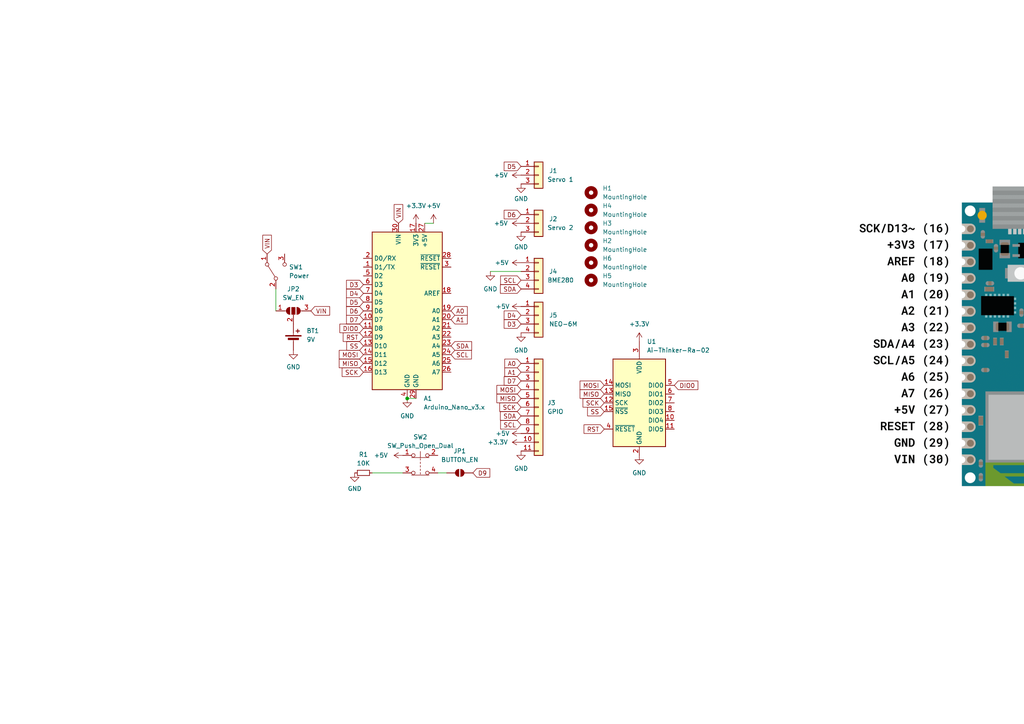
<source format=kicad_sch>
(kicad_sch (version 20231120) (generator "eeschema") (generator_version "8.0")
  (paper "A4")
  (lib_symbols
    (symbol "+5V_1" (power) (pin_numbers hide) (pin_names (offset 0) hide)
      (property "Value" "+5V" (at 0 3.556 0))
      (symbol "+5V_1_0_1"
        (polyline (pts (xy -0.762 1.27) (xy 0 2.54)))
        (polyline (pts (xy 0 0) (xy 0 2.54)))
        (polyline (pts (xy 0 2.54) (xy 0.762 1.27)))
      )
      (symbol "+5V_1_1_1"
        (pin power_in line (at 0 0 90) (length 0) (name "~") (number "1"))
      )
    )
    (symbol "Connector_Generic:Conn_01x03" (pin_names (offset 1.016) hide)
      (property "Reference" "J" (at 0 5.08 0))
      (property "Value" "Conn_01x03" (at 0 -5.08 0))
      (symbol "Conn_01x03_1_1"
        (rectangle (start -1.27 -2.413) (end 0 -2.667) (stroke (width 0.1524)))
        (rectangle (start -1.27 0.127) (end 0 -0.127) (stroke (width 0.1524)))
        (rectangle (start -1.27 2.667) (end 0 2.413) (stroke (width 0.1524)))
        (rectangle (start -1.27 3.81) (end 1.27 -3.81) (stroke (width 0.254)) (fill (type background)))
        (pin passive line (at -5.08 2.54 0) (length 3.81) (name "Pin_1") (number "1"))
        (pin passive line (at -5.08 0 0) (length 3.81) (name "Pin_2") (number "2"))
        (pin passive line (at -5.08 -2.54 0) (length 3.81) (name "Pin_3") (number "3"))
      )
    )
    (symbol "Connector_Generic:Conn_01x04" (pin_names (offset 1.016) hide)
      (property "Reference" "J" (at 0 5.08 0))
      (property "Value" "Conn_01x04" (at 0 -7.62 0))
      (symbol "Conn_01x04_1_1"
        (rectangle (start -1.27 -4.953) (end 0 -5.207) (stroke (width 0.1524)))
        (rectangle (start -1.27 -2.413) (end 0 -2.667) (stroke (width 0.1524)))
        (rectangle (start -1.27 0.127) (end 0 -0.127) (stroke (width 0.1524)))
        (rectangle (start -1.27 2.667) (end 0 2.413) (stroke (width 0.1524)))
        (rectangle (start -1.27 3.81) (end 1.27 -6.35) (stroke (width 0.254)) (fill (type background)))
        (pin passive line (at -5.08 2.54 0) (length 3.81) (name "Pin_1") (number "1"))
        (pin passive line (at -5.08 0 0) (length 3.81) (name "Pin_2") (number "2"))
        (pin passive line (at -5.08 -2.54 0) (length 3.81) (name "Pin_3") (number "3"))
        (pin passive line (at -5.08 -5.08 0) (length 3.81) (name "Pin_4") (number "4"))
      )
    )
    (symbol "Connector_Generic:Conn_01x11" (pin_names (offset 1.016) hide)
      (property "Reference" "J" (at 0 15.24 0))
      (property "Value" "Conn_01x11" (at 0 -15.24 0))
      (symbol "Conn_01x11_1_1"
        (rectangle (start -1.27 -12.573) (end 0 -12.827) (stroke (width 0.1524)))
        (rectangle (start -1.27 -10.033) (end 0 -10.287) (stroke (width 0.1524)))
        (rectangle (start -1.27 -7.493) (end 0 -7.747) (stroke (width 0.1524)))
        (rectangle (start -1.27 -4.953) (end 0 -5.207) (stroke (width 0.1524)))
        (rectangle (start -1.27 -2.413) (end 0 -2.667) (stroke (width 0.1524)))
        (rectangle (start -1.27 0.127) (end 0 -0.127) (stroke (width 0.1524)))
        (rectangle (start -1.27 2.667) (end 0 2.413) (stroke (width 0.1524)))
        (rectangle (start -1.27 5.207) (end 0 4.953) (stroke (width 0.1524)))
        (rectangle (start -1.27 7.747) (end 0 7.493) (stroke (width 0.1524)))
        (rectangle (start -1.27 10.287) (end 0 10.033) (stroke (width 0.1524)))
        (rectangle (start -1.27 12.827) (end 0 12.573) (stroke (width 0.1524)))
        (rectangle (start -1.27 13.97) (end 1.27 -13.97) (stroke (width 0.254)) (fill (type background)))
        (pin passive line (at -5.08 12.7 0) (length 3.81) (name "Pin_1") (number "1"))
        (pin passive line (at -5.08 -10.16 0) (length 3.81) (name "Pin_10") (number "10"))
        (pin passive line (at -5.08 -12.7 0) (length 3.81) (name "Pin_11") (number "11"))
        (pin passive line (at -5.08 10.16 0) (length 3.81) (name "Pin_2") (number "2"))
        (pin passive line (at -5.08 7.62 0) (length 3.81) (name "Pin_3") (number "3"))
        (pin passive line (at -5.08 5.08 0) (length 3.81) (name "Pin_4") (number "4"))
        (pin passive line (at -5.08 2.54 0) (length 3.81) (name "Pin_5") (number "5"))
        (pin passive line (at -5.08 0 0) (length 3.81) (name "Pin_6") (number "6"))
        (pin passive line (at -5.08 -2.54 0) (length 3.81) (name "Pin_7") (number "7"))
        (pin passive line (at -5.08 -5.08 0) (length 3.81) (name "Pin_8") (number "8"))
        (pin passive line (at -5.08 -7.62 0) (length 3.81) (name "Pin_9") (number "9"))
      )
    )
    (symbol "Device:Battery_Cell" (pin_numbers hide) (pin_names (offset 0) hide)
      (property "Reference" "BT" (at 2.54 2.54 0))
      (property "Value" "Battery_Cell" (at 2.54 0 0))
      (symbol "Battery_Cell_0_1"
        (rectangle (start -2.286 1.778) (end 2.286 1.524) (fill (type outline)))
        (rectangle (start -1.524 1.016) (end 1.524 0.508) (fill (type outline)))
        (polyline (pts (xy 0 0.762) (xy 0 0)))
        (polyline (pts (xy 0 1.778) (xy 0 2.54)))
        (polyline (pts (xy 0.762 3.048) (xy 1.778 3.048)) (stroke (width 0.254)))
        (polyline (pts (xy 1.27 3.556) (xy 1.27 2.54)) (stroke (width 0.254)))
      )
      (symbol "Battery_Cell_1_1"
        (pin passive line (at 0 5.08 270) (length 2.54) (name "+") (number "1"))
        (pin passive line (at 0 -2.54 90) (length 2.54) (name "-") (number "2"))
      )
    )
    (symbol "Device:R_Small" (pin_numbers hide) (pin_names (offset 0.254) hide)
      (property "Reference" "R" (at 0.762 0.508 0))
      (property "Value" "R_Small" (at 0.762 -1.016 0))
      (symbol "R_Small_0_1"
        (rectangle (start -0.762 1.778) (end 0.762 -1.778) (stroke (width 0.2032)))
      )
      (symbol "R_Small_1_1"
        (pin passive line (at 0 2.54 270) (length 0.762) (name "~") (number "1"))
        (pin passive line (at 0 -2.54 90) (length 0.762) (name "~") (number "2"))
      )
    )
    (symbol "GND_1" (power) (pin_numbers hide) (pin_names (offset 0) hide)
      (property "Value" "GND" (at 0 -3.81 0))
      (symbol "GND_1_0_1"
        (polyline (pts (xy 0 0) (xy 0 -1.27) (xy 1.27 -1.27) (xy 0 -2.54) (xy -1.27 -1.27) (xy 0 -1.27)))
      )
      (symbol "GND_1_1_1"
        (pin power_in line (at 0 0 270) (length 0) (name "~") (number "1"))
      )
    )
    (symbol "Jumper:SolderJumper_2_Open" (pin_numbers hide) (pin_names (offset 0) hide) (exclude_from_sim yes) (in_bom no)
      (property "Reference" "JP" (at 0 2.032 0))
      (property "Value" "SolderJumper_2_Open" (at 0 -2.54 0))
      (symbol "SolderJumper_2_Open_0_1"
        (arc (start -0.254 1.016) (mid -1.2656 0) (end -0.254 -1.016))
        (arc (start -0.254 1.016) (mid -1.2656 0) (end -0.254 -1.016) (fill (type outline)))
        (polyline (pts (xy -0.254 1.016) (xy -0.254 -1.016)))
        (polyline (pts (xy 0.254 1.016) (xy 0.254 -1.016)))
        (arc (start 0.254 -1.016) (mid 1.2656 0) (end 0.254 1.016))
        (arc (start 0.254 -1.016) (mid 1.2656 0) (end 0.254 1.016) (fill (type outline)))
      )
      (symbol "SolderJumper_2_Open_1_1"
        (pin passive line (at -3.81 0 0) (length 2.54) (name "A") (number "1"))
        (pin passive line (at 3.81 0 180) (length 2.54) (name "B") (number "2"))
      )
    )
    (symbol "Jumper:SolderJumper_3_Open" (pin_names (offset 0) hide) (exclude_from_sim yes) (in_bom no)
      (property "Reference" "JP" (at -2.54 -2.54 0))
      (property "Value" "SolderJumper_3_Open" (at 0 2.794 0))
      (symbol "SolderJumper_3_Open_0_1"
        (arc (start -1.016 1.016) (mid -2.0276 0) (end -1.016 -1.016))
        (arc (start -1.016 1.016) (mid -2.0276 0) (end -1.016 -1.016) (fill (type outline)))
        (rectangle (start -0.508 1.016) (end 0.508 -1.016) (fill (type outline)))
        (polyline (pts (xy -2.54 0) (xy -2.032 0)))
        (polyline (pts (xy -1.016 1.016) (xy -1.016 -1.016)))
        (polyline (pts (xy 0 -1.27) (xy 0 -1.016)))
        (polyline (pts (xy 1.016 1.016) (xy 1.016 -1.016)))
        (polyline (pts (xy 2.54 0) (xy 2.032 0)))
        (arc (start 1.016 -1.016) (mid 2.0276 0) (end 1.016 1.016))
        (arc (start 1.016 -1.016) (mid 2.0276 0) (end 1.016 1.016) (fill (type outline)))
      )
      (symbol "SolderJumper_3_Open_1_1"
        (pin passive line (at -5.08 0 0) (length 2.54) (name "A") (number "1"))
        (pin passive line (at 0 -3.81 90) (length 2.54) (name "C") (number "2"))
        (pin passive line (at 5.08 0 180) (length 2.54) (name "B") (number "3"))
      )
    )
    (symbol "MCU_Module:Arduino_Nano_v3.x"
      (property "Reference" "A" (at -10.16 23.495 0))
      (property "Value" "Arduino_Nano_v3.x" (at 5.08 -24.13 0))
      (symbol "Arduino_Nano_v3.x_0_1"
        (rectangle (start -10.16 22.86) (end 10.16 -22.86) (stroke (width 0.254)) (fill (type background)))
      )
      (symbol "Arduino_Nano_v3.x_1_1"
        (pin bidirectional line (at -12.7 12.7 0) (length 2.54) (name "D1/TX") (number "1"))
        (pin bidirectional line (at -12.7 -2.54 0) (length 2.54) (name "D7") (number "10"))
        (pin bidirectional line (at -12.7 -5.08 0) (length 2.54) (name "D8") (number "11"))
        (pin bidirectional line (at -12.7 -7.62 0) (length 2.54) (name "D9") (number "12"))
        (pin bidirectional line (at -12.7 -10.16 0) (length 2.54) (name "D10") (number "13"))
        (pin bidirectional line (at -12.7 -12.7 0) (length 2.54) (name "D11") (number "14"))
        (pin bidirectional line (at -12.7 -15.24 0) (length 2.54) (name "D12") (number "15"))
        (pin bidirectional line (at -12.7 -17.78 0) (length 2.54) (name "D13") (number "16"))
        (pin power_out line (at 2.54 25.4 270) (length 2.54) (name "3V3") (number "17"))
        (pin input line (at 12.7 5.08 180) (length 2.54) (name "AREF") (number "18"))
        (pin bidirectional line (at 12.7 0 180) (length 2.54) (name "A0") (number "19"))
        (pin bidirectional line (at -12.7 15.24 0) (length 2.54) (name "D0/RX") (number "2"))
        (pin bidirectional line (at 12.7 -2.54 180) (length 2.54) (name "A1") (number "20"))
        (pin bidirectional line (at 12.7 -5.08 180) (length 2.54) (name "A2") (number "21"))
        (pin bidirectional line (at 12.7 -7.62 180) (length 2.54) (name "A3") (number "22"))
        (pin bidirectional line (at 12.7 -10.16 180) (length 2.54) (name "A4") (number "23"))
        (pin bidirectional line (at 12.7 -12.7 180) (length 2.54) (name "A5") (number "24"))
        (pin bidirectional line (at 12.7 -15.24 180) (length 2.54) (name "A6") (number "25"))
        (pin bidirectional line (at 12.7 -17.78 180) (length 2.54) (name "A7") (number "26"))
        (pin power_out line (at 5.08 25.4 270) (length 2.54) (name "+5V") (number "27"))
        (pin input line (at 12.7 15.24 180) (length 2.54) (name "~{RESET}") (number "28"))
        (pin power_in line (at 2.54 -25.4 90) (length 2.54) (name "GND") (number "29"))
        (pin input line (at 12.7 12.7 180) (length 2.54) (name "~{RESET}") (number "3"))
        (pin power_in line (at -2.54 25.4 270) (length 2.54) (name "VIN") (number "30"))
        (pin power_in line (at 0 -25.4 90) (length 2.54) (name "GND") (number "4"))
        (pin bidirectional line (at -12.7 10.16 0) (length 2.54) (name "D2") (number "5"))
        (pin bidirectional line (at -12.7 7.62 0) (length 2.54) (name "D3") (number "6"))
        (pin bidirectional line (at -12.7 5.08 0) (length 2.54) (name "D4") (number "7"))
        (pin bidirectional line (at -12.7 2.54 0) (length 2.54) (name "D5") (number "8"))
        (pin bidirectional line (at -12.7 0 0) (length 2.54) (name "D6") (number "9"))
      )
    )
    (symbol "Mechanical:MountingHole" (pin_names (offset 1.016))
      (property "Reference" "H" (at 0 5.08 0))
      (property "Value" "MountingHole" (at 0 3.175 0))
      (symbol "MountingHole_0_1"
        (circle (center 0 0) (radius 1.27) (stroke (width 1.27)))
      )
    )
    (symbol "RF_Module:Ai-Thinker-Ra-02"
      (property "Reference" "U" (at 2.54 19.05 0))
      (property "Value" "Ai-Thinker-Ra-02" (at 13.97 -15.24 0))
      (symbol "Ai-Thinker-Ra-02_0_1"
        (rectangle (start -7.62 12.7) (end 7.62 -12.7) (stroke (width 0.254)) (fill (type background)))
      )
      (symbol "Ai-Thinker-Ra-02_1_1"
        (pin passive line (at 0 -15.24 90) (length 2.54) hide (name "GND") (number "1"))
        (pin bidirectional line (at 10.16 -5.08 180) (length 2.54) (name "DIO4") (number "10"))
        (pin bidirectional line (at 10.16 -7.62 180) (length 2.54) (name "DIO5") (number "11"))
        (pin input line (at -10.16 0 0) (length 2.54) (name "SCK") (number "12"))
        (pin output line (at -10.16 2.54 0) (length 2.54) (name "MISO") (number "13"))
        (pin input line (at -10.16 5.08 0) (length 2.54) (name "MOSI") (number "14"))
        (pin input line (at -10.16 -2.54 0) (length 2.54) (name "~{NSS}") (number "15"))
        (pin passive line (at 0 -15.24 90) (length 2.54) hide (name "GND") (number "16"))
        (pin power_in line (at 0 -15.24 90) (length 2.54) (name "GND") (number "2"))
        (pin power_in line (at 0 17.78 270) (length 5.08) (name "VDD") (number "3"))
        (pin input line (at -10.16 -7.62 0) (length 2.54) (name "~{RESET}") (number "4"))
        (pin bidirectional line (at 10.16 5.08 180) (length 2.54) (name "DIO0") (number "5"))
        (pin bidirectional line (at 10.16 2.54 180) (length 2.54) (name "DIO1") (number "6"))
        (pin bidirectional line (at 10.16 0 180) (length 2.54) (name "DIO2") (number "7"))
        (pin bidirectional line (at 10.16 -2.54 180) (length 2.54) (name "DIO3") (number "8"))
        (pin passive line (at 0 -15.24 90) (length 2.54) hide (name "GND") (number "9"))
      )
    )
    (symbol "Switch:SW_Push_Open_Dual" (pin_names (offset 1.016) hide)
      (property "Reference" "SW" (at 1.27 2.54 0))
      (property "Value" "SW_Push_Open_Dual" (at 0 -6.985 0))
      (symbol "SW_Push_Open_Dual_0_1"
        (circle (center -2.032 -5.08) (radius 0.508))
        (circle (center -2.032 0) (radius 0.508))
        (polyline (pts (xy 0 -4.953) (xy 0 -5.461)))
        (polyline (pts (xy 0 -3.937) (xy 0 -4.445)))
        (polyline (pts (xy 0 -3.429) (xy 0 -2.921)))
        (polyline (pts (xy 0 -2.413) (xy 0 -1.905)))
        (polyline (pts (xy 0 -1.397) (xy 0 -0.889)))
        (polyline (pts (xy 0 -0.635) (xy 0 1.143)))
        (polyline (pts (xy 2.54 -5.715) (xy -2.54 -5.715)))
        (polyline (pts (xy 2.54 -0.635) (xy -2.54 -0.635)))
        (circle (center 2.032 -5.08) (radius 0.508))
        (circle (center 2.032 0) (radius 0.508))
        (pin passive line (at -5.08 0 0) (length 2.54) (name "1") (number "1"))
        (pin passive line (at 5.08 0 180) (length 2.54) (name "2") (number "2"))
        (pin passive line (at -5.08 -5.08 0) (length 2.54) (name "3") (number "3"))
        (pin passive line (at 5.08 -5.08 180) (length 2.54) (name "4") (number "4"))
      )
    )
    (symbol "Switch:SW_SPDT" (pin_names (offset 0) hide)
      (property "Reference" "SW" (at 0 4.318 0))
      (property "Value" "SW_SPDT" (at 0 -5.08 0))
      (symbol "SW_SPDT_0_0"
        (circle (center -2.032 0) (radius 0.508))
        (circle (center 2.032 -2.54) (radius 0.508))
      )
      (symbol "SW_SPDT_0_1"
        (polyline (pts (xy -1.524 0.254) (xy 1.651 2.286)))
        (circle (center 2.032 2.54) (radius 0.508))
      )
      (symbol "SW_SPDT_1_1"
        (pin passive line (at 5.08 2.54 180) (length 2.54) (name "A") (number "1"))
        (pin passive line (at -5.08 0 0) (length 2.54) (name "B") (number "2"))
        (pin passive line (at 5.08 -2.54 180) (length 2.54) (name "C") (number "3"))
      )
    )
    (symbol "power:+3.3V" (power) (pin_numbers hide) (pin_names (offset 0) hide)
      (property "Value" "+3.3V" (at 0 3.556 0))
      (symbol "+3.3V_0_1"
        (polyline (pts (xy -0.762 1.27) (xy 0 2.54)))
        (polyline (pts (xy 0 0) (xy 0 2.54)))
        (polyline (pts (xy 0 2.54) (xy 0.762 1.27)))
      )
      (symbol "+3.3V_1_1"
        (pin power_in line (at 0 0 90) (length 0) (name "~") (number "1"))
      )
    )
    (symbol "power:+5V" (power) (pin_names (offset 0))
      (property "Value" "+5V" (at 0 3.556 0))
      (symbol "+5V_0_1"
        (polyline (pts (xy -0.762 1.27) (xy 0 2.54)))
        (polyline (pts (xy 0 0) (xy 0 2.54)))
        (polyline (pts (xy 0 2.54) (xy 0.762 1.27)))
      )
      (symbol "+5V_1_1"
        (pin power_in line (at 0 0 90) (length 0) hide (name "+5V") (number "1"))
      )
    )
    (symbol "power:GND" (power) (pin_names (offset 0))
      (property "Value" "GND" (at 0 -3.81 0))
      (symbol "GND_0_1"
        (polyline (pts (xy 0 0) (xy 0 -1.27) (xy 1.27 -1.27) (xy 0 -2.54) (xy -1.27 -1.27) (xy 0 -1.27)))
      )
      (symbol "GND_1_1"
        (pin power_in line (at 0 0 270) (length 0) hide (name "GND") (number "1"))
      )
    )
  )
  (junction (at 118.11 115.57))
  (wire (pts (xy 125.73 64.77) (xy 123.19 64.77)))
  (wire (pts (xy 142.24 78.74) (xy 151.13 78.74)))
  (wire (pts (xy 118.11 115.57) (xy 120.65 115.57)))
  (wire (pts (xy 107.95 137.16) (xy 116.84 137.16)))
  (wire (pts (xy 129.54 137.16) (xy 127 137.16)))
  (wire (pts (xy 80.01 83.82) (xy 80.01 90.17)))
  (image (at 295.91 97.536))
  (global_label "SCK" (shape input) (at 151.13 118.11 180) (property "Intersheetrefs" "${INTERSHEET_REFS}" (effects (hide yes))))
  (global_label "D7" (shape input) (at 151.13 110.49 180) (property "Intersheetrefs" "${INTERSHEET_REFS}" (effects (hide yes))))
  (global_label "A1" (shape input) (at 151.13 107.95 180) (property "Intersheetrefs" "${INTERSHEET_REFS}" (effects (hide yes))))
  (global_label "MISO" (shape input) (at 175.26 114.3 180) (property "Intersheetrefs" "${INTERSHEET_REFS}" (effects (hide yes))))
  (global_label "RST" (shape input) (at 175.26 124.46 180) (property "Intersheetrefs" "${INTERSHEET_REFS}" (effects (hide yes))))
  (global_label "RST" (shape input) (at 105.41 97.79 180) (property "Intersheetrefs" "${INTERSHEET_REFS}" (effects (hide yes))))
  (global_label "VIN" (shape input) (at 90.17 90.17 0) (property "Intersheetrefs" "${INTERSHEET_REFS}" (effects (hide yes))))
  (global_label "MISO" (shape input) (at 151.13 115.57 180) (property "Intersheetrefs" "${INTERSHEET_REFS}" (effects (hide yes))))
  (global_label "A0" (shape input) (at 130.81 90.17 0) (property "Intersheetrefs" "${INTERSHEET_REFS}" (effects (hide yes))))
  (global_label "MOSI" (shape input) (at 105.41 102.87 180) (property "Intersheetrefs" "${INTERSHEET_REFS}" (effects (hide yes))))
  (global_label "SDA" (shape input) (at 151.13 83.82 180) (property "Intersheetrefs" "${INTERSHEET_REFS}" (effects (hide yes))))
  (global_label "VIN" (shape input) (at 77.47 73.66 90) (property "Intersheetrefs" "${INTERSHEET_REFS}" (effects (hide yes))))
  (global_label "MOSI" (shape input) (at 175.26 111.76 180) (property "Intersheetrefs" "${INTERSHEET_REFS}" (effects (hide yes))))
  (global_label "A0" (shape input) (at 151.13 105.41 180) (property "Intersheetrefs" "${INTERSHEET_REFS}" (effects (hide yes))))
  (global_label "D6" (shape input) (at 105.41 90.17 180) (property "Intersheetrefs" "${INTERSHEET_REFS}" (effects (hide yes))))
  (global_label "D6" (shape input) (at 151.13 62.23 180) (property "Intersheetrefs" "${INTERSHEET_REFS}" (effects (hide yes))))
  (global_label "A1" (shape input) (at 130.81 92.71 0) (property "Intersheetrefs" "${INTERSHEET_REFS}" (effects (hide yes))))
  (global_label "MISO" (shape input) (at 105.41 105.41 180) (property "Intersheetrefs" "${INTERSHEET_REFS}" (effects (hide yes))))
  (global_label "SS" (shape input) (at 105.41 100.33 180) (property "Intersheetrefs" "${INTERSHEET_REFS}" (effects (hide yes))))
  (global_label "D3" (shape input) (at 105.41 82.55 180) (property "Intersheetrefs" "${INTERSHEET_REFS}" (effects (hide yes))))
  (global_label "SCL" (shape input) (at 130.81 102.87 0) (property "Intersheetrefs" "${INTERSHEET_REFS}" (effects (hide yes))))
  (global_label "MOSI" (shape input) (at 151.13 113.03 180) (property "Intersheetrefs" "${INTERSHEET_REFS}" (effects (hide yes))))
  (global_label "SDA" (shape input) (at 151.13 120.65 180) (property "Intersheetrefs" "${INTERSHEET_REFS}" (effects (hide yes))))
  (global_label "SCL" (shape input) (at 151.13 81.28 180) (property "Intersheetrefs" "${INTERSHEET_REFS}" (effects (hide yes))))
  (global_label "D5" (shape input) (at 151.13 48.26 180) (property "Intersheetrefs" "${INTERSHEET_REFS}" (effects (hide yes))))
  (global_label "D3" (shape input) (at 151.13 93.98 180) (property "Intersheetrefs" "${INTERSHEET_REFS}" (effects (hide yes))))
  (global_label "D4" (shape input) (at 105.41 85.09 180) (property "Intersheetrefs" "${INTERSHEET_REFS}" (effects (hide yes))))
  (global_label "D9" (shape input) (at 137.16 137.16 0) (property "Intersheetrefs" "${INTERSHEET_REFS}" (effects (hide yes))))
  (global_label "SCK" (shape input) (at 175.26 116.84 180) (property "Intersheetrefs" "${INTERSHEET_REFS}" (effects (hide yes))))
  (global_label "DIO0" (shape input) (at 105.41 95.25 180) (property "Intersheetrefs" "${INTERSHEET_REFS}" (effects (hide yes))))
  (global_label "DIO0" (shape input) (at 195.58 111.76 0) (property "Intersheetrefs" "${INTERSHEET_REFS}" (effects (hide yes))))
  (global_label "SCL" (shape input) (at 151.13 123.19 180) (property "Intersheetrefs" "${INTERSHEET_REFS}" (effects (hide yes))))
  (global_label "SS" (shape input) (at 175.26 119.38 180) (property "Intersheetrefs" "${INTERSHEET_REFS}" (effects (hide yes))))
  (global_label "D7" (shape input) (at 105.41 92.71 180) (property "Intersheetrefs" "${INTERSHEET_REFS}" (effects (hide yes))))
  (global_label "SDA" (shape input) (at 130.81 100.33 0) (property "Intersheetrefs" "${INTERSHEET_REFS}" (effects (hide yes))))
  (global_label "VIN" (shape input) (at 115.57 64.77 90) (property "Intersheetrefs" "${INTERSHEET_REFS}" (effects (hide yes))))
  (global_label "SCK" (shape input) (at 105.41 107.95 180) (property "Intersheetrefs" "${INTERSHEET_REFS}" (effects (hide yes))))
  (global_label "D5" (shape input) (at 105.41 87.63 180) (property "Intersheetrefs" "${INTERSHEET_REFS}" (effects (hide yes))))
  (global_label "D4" (shape input) (at 151.13 91.44 180) (property "Intersheetrefs" "${INTERSHEET_REFS}" (effects (hide yes))))
  (symbol (lib_name "+5V_1") (lib_id "power:+5V") (at 151.13 64.77 90) (unit 1)
    (property "Reference" "#PWR017" (effects (hide yes)))
    (property "Value" "+5V" (at 147.32 64.7699 90) (effects (justify left)))
    (property "Description" "Power symbol creates a global label with name \"+5V\"" (effects (hide yes)))
  )
  (symbol (lib_id "power:GND") (at 151.13 96.52 0) (unit 1)
    (property "Reference" "#PWR06" (effects (hide yes)))
    (property "Value" "GND" (at 151.13 101.6 0))
  )
  (symbol (lib_id "RF_Module:Ai-Thinker-Ra-02") (at 185.42 116.84 0) (unit 1)
    (property "Reference" "U1" (at 187.6141 99.06 0) (effects (justify left)))
    (property "Value" "Ai-Thinker-Ra-02" (at 187.6141 101.6 0) (effects (justify left)))
    (property "Footprint" "RF_Module:LoRa module" (effects (hide yes)))
    (property "Datasheet" "http://wiki.ai-thinker.com/_media/lora/docs/c048ps01a1_ra-02_product_specification_v1.1.pdf" (effects (hide yes)))
    (property "Description" "Ai-Thinker Ra-02 410-525 MHz LoRa Module, SPI interface, U.FL antenna connector" (effects (hide yes)))
  )
  (symbol (lib_name "GND_1") (lib_id "power:GND") (at 185.42 132.08 0) (unit 1)
    (property "Reference" "#PWR012" (effects (hide yes)))
    (property "Value" "GND" (at 185.42 137.16 0))
    (property "Description" "Power symbol creates a global label with name \"GND\" , ground" (effects (hide yes)))
  )
  (symbol (lib_id "Connector_Generic:Conn_01x03") (at 156.21 50.8 0) (unit 1)
    (property "Reference" "J1" (at 159.258 49.53 0) (effects (justify left)))
    (property "Value" "Servo 1" (at 158.75 52.07 0) (effects (justify left)))
    (property "Footprint" "Connector_PinHeader_2.54mm:PinHeader_1x03_P2.54mm_Vertical" (effects (hide yes)))
  )
  (symbol (lib_id "Mechanical:MountingHole") (at 171.45 71.12 0) (unit 1)
    (property "Reference" "H2" (at 174.752 69.85 0) (effects (justify left)))
    (property "Value" "MountingHole" (at 174.752 72.39 0) (effects (justify left)))
    (property "Footprint" "MountingHole:MountingHole_2.2mm_M2" (effects (hide yes)))
  )
  (symbol (lib_id "power:GND") (at 102.87 137.16 0) (unit 1)
    (property "Reference" "#PWR09" (effects (hide yes)))
    (property "Value" "GND" (at 102.87 141.732 0))
  )
  (symbol (lib_id "Device:Battery_Cell") (at 85.09 99.06 0) (unit 1)
    (property "Reference" "BT1" (at 88.9 95.9485 0) (effects (justify left)))
    (property "Value" "9V" (at 88.9 98.4885 0) (effects (justify left)))
    (property "Footprint" "Connector_PinHeader_2.54mm:PinHeader_1x02_P2.54mm_Vertical" (effects (hide yes)))
  )
  (symbol (lib_id "Connector_Generic:Conn_01x11") (at 156.21 118.11 0) (unit 1)
    (property "Reference" "J3" (at 158.75 116.8399 0) (effects (justify left)))
    (property "Value" "GPIO" (at 158.75 119.3799 0) (effects (justify left)))
    (property "Footprint" "Connector_PinHeader_2.54mm:PinHeader_1x11_P2.54mm_Vertical" (effects (hide yes)))
    (property "Description" "Generic connector, single row, 01x11, script generated (kicad-library-utils/schlib/autogen/connector/)" (effects (hide yes)))
  )
  (symbol (lib_id "Mechanical:MountingHole") (at 171.45 76.2 0) (unit 1)
    (property "Reference" "H6" (at 174.752 74.93 0) (effects (justify left)))
    (property "Value" "MountingHole" (at 174.752 77.47 0) (effects (justify left)))
    (property "Footprint" "MountingHole:MountingHole_2.2mm_M2" (effects (hide yes)))
  )
  (symbol (lib_id "power:+3.3V") (at 120.65 64.77 0) (unit 1)
    (property "Reference" "#PWR018" (effects (hide yes)))
    (property "Value" "+3.3V" (at 120.65 59.69 0))
    (property "Description" "Power symbol creates a global label with name \"+3.3V\"" (effects (hide yes)))
  )
  (symbol (lib_id "power:GND") (at 118.11 115.57 0) (unit 1)
    (property "Reference" "#PWR08" (effects (hide yes)))
    (property "Value" "GND" (at 118.11 120.65 0))
  )
  (symbol (lib_id "Switch:SW_Push_Open_Dual") (at 121.92 132.08 0) (unit 1)
    (property "Reference" "SW2" (at 121.92 126.746 0))
    (property "Value" "SW_Push_Open_Dual" (at 121.92 129.286 0))
    (property "Footprint" "Button_Switch_THT:SW_PUSH_6mm" (effects (hide yes)))
  )
  (symbol (lib_id "power:GND") (at 142.24 78.74 0) (unit 1)
    (property "Reference" "#PWR05" (effects (hide yes)))
    (property "Value" "GND" (at 142.24 83.82 0))
  )
  (symbol (lib_id "power:+3.3V") (at 185.42 99.06 0) (unit 1)
    (property "Reference" "#PWR01" (effects (hide yes)))
    (property "Value" "+3.3V" (at 185.42 93.98 0))
    (property "Description" "Power symbol creates a global label with name \"+3.3V\"" (effects (hide yes)))
  )
  (symbol (lib_id "power:+5V") (at 151.13 125.73 90) (unit 1)
    (property "Reference" "#PWR015" (effects (hide yes)))
    (property "Value" "+5V" (at 147.828 125.73 90) (effects (justify left)))
  )
  (symbol (lib_id "power:+5V") (at 116.84 132.08 90) (unit 1)
    (property "Reference" "#PWR010" (effects (hide yes)))
    (property "Value" "+5V" (at 112.522 132.08 90) (effects (justify left)))
  )
  (symbol (lib_id "Mechanical:MountingHole") (at 171.45 81.28 0) (unit 1)
    (property "Reference" "H5" (at 174.752 80.01 0) (effects (justify left)))
    (property "Value" "MountingHole" (at 174.752 82.55 0) (effects (justify left)))
    (property "Footprint" "MountingHole:MountingHole_2.2mm_M2" (effects (hide yes)))
  )
  (symbol (lib_id "power:GND") (at 151.13 130.81 0) (unit 1)
    (property "Reference" "#PWR014" (effects (hide yes)))
    (property "Value" "GND" (at 151.13 135.89 0))
  )
  (symbol (lib_id "power:GND") (at 85.09 101.6 0) (unit 1)
    (property "Reference" "#PWR07" (effects (hide yes)))
    (property "Value" "GND" (at 85.09 106.426 0))
  )
  (symbol (lib_id "Connector_Generic:Conn_01x03") (at 156.21 64.77 0) (unit 1)
    (property "Reference" "J2" (at 159.258 63.5 0) (effects (justify left)))
    (property "Value" "Servo 2" (at 158.75 66.04 0) (effects (justify left)))
    (property "Footprint" "Connector_PinHeader_2.54mm:PinHeader_1x03_P2.54mm_Vertical" (effects (hide yes)))
  )
  (symbol (lib_id "power:+5V") (at 151.13 88.9 90) (unit 1)
    (property "Reference" "#PWR011" (effects (hide yes)))
    (property "Value" "+5V" (at 147.828 88.9 90) (effects (justify left)))
  )
  (symbol (lib_id "Jumper:SolderJumper_2_Open") (at 133.35 137.16 0) (unit 1) (exclude_from_sim yes) (in_bom no)
    (property "Reference" "JP1" (at 133.35 130.81 0))
    (property "Value" "BUTTON_EN" (at 133.35 133.35 0))
    (property "Footprint" "Jumper:SolderJumper-2_P1.3mm_Open_RoundedPad1.0x1.5mm" (effects (hide yes)))
    (property "Description" "Solder Jumper, 2-pole, open" (effects (hide yes)))
  )
  (symbol (lib_id "Connector_Generic:Conn_01x04") (at 156.21 91.44 0) (unit 1)
    (property "Reference" "J5" (at 159.258 91.44 0) (effects (justify left)))
    (property "Value" "NEO-6M" (at 159.258 93.98 0) (effects (justify left)))
    (property "Footprint" "Connector_PinHeader_2.54mm:PinHeader_1x04_P2.54mm_Vertical" (effects (hide yes)))
  )
  (symbol (lib_id "Jumper:SolderJumper_3_Open") (at 85.09 90.17 0) (unit 1) (exclude_from_sim yes) (in_bom no)
    (property "Reference" "JP2" (at 85.09 83.82 0))
    (property "Value" "SW_EN" (at 85.09 86.36 0))
    (property "Footprint" "Jumper:SolderJumper-3_P1.3mm_Open_RoundedPad1.0x1.5mm_NumberLabels" (effects (hide yes)))
    (property "Description" "Solder Jumper, 3-pole, open" (effects (hide yes)))
  )
  (symbol (lib_id "Mechanical:MountingHole") (at 171.45 55.88 0) (unit 1)
    (property "Reference" "H1" (at 174.752 54.61 0) (effects (justify left)))
    (property "Value" "MountingHole" (at 174.752 57.15 0) (effects (justify left)))
    (property "Footprint" "MountingHole:MountingHole_2.2mm_M2" (effects (hide yes)))
  )
  (symbol (lib_id "power:+3.3V") (at 151.13 128.27 90) (unit 1)
    (property "Reference" "#PWR019" (effects (hide yes)))
    (property "Value" "+3.3V" (at 147.32 128.2699 90) (effects (justify left)))
    (property "Description" "Power symbol creates a global label with name \"+3.3V\"" (effects (hide yes)))
  )
  (symbol (lib_id "Switch:SW_SPDT") (at 80.01 78.74 90) (unit 1)
    (property "Reference" "SW1" (at 83.82 77.47 90) (effects (justify right)))
    (property "Value" "Power" (at 83.82 80.01 90) (effects (justify right)))
    (property "Footprint" "Button_Switch_THT:SW_SPDT" (effects (hide yes)))
  )
  (symbol (lib_id "power:GND") (at 151.13 53.34 0) (unit 1)
    (property "Reference" "#PWR013" (effects (hide yes)))
    (property "Value" "GND" (at 151.13 57.658 0))
  )
  (symbol (lib_name "+5V_1") (lib_id "power:+5V") (at 151.13 50.8 90) (unit 1)
    (property "Reference" "#PWR016" (effects (hide yes)))
    (property "Value" "+5V" (at 147.32 50.7999 90) (effects (justify left)))
    (property "Description" "Power symbol creates a global label with name \"+5V\"" (effects (hide yes)))
  )
  (symbol (lib_id "Mechanical:MountingHole") (at 171.45 66.04 0) (unit 1)
    (property "Reference" "H3" (at 174.752 64.77 0) (effects (justify left)))
    (property "Value" "MountingHole" (at 174.752 67.31 0) (effects (justify left)))
    (property "Footprint" "MountingHole:MountingHole_2.2mm_M2" (effects (hide yes)))
  )
  (symbol (lib_id "Mechanical:MountingHole") (at 171.45 60.96 0) (unit 1)
    (property "Reference" "H4" (at 174.752 59.69 0) (effects (justify left)))
    (property "Value" "MountingHole" (at 174.752 62.23 0) (effects (justify left)))
    (property "Footprint" "MountingHole:MountingHole_2.2mm_M2" (effects (hide yes)))
  )
  (symbol (lib_id "Connector_Generic:Conn_01x04") (at 156.21 78.74 0) (unit 1)
    (property "Reference" "J4" (at 159.258 78.74 0) (effects (justify left)))
    (property "Value" "BME280" (at 158.75 81.28 0) (effects (justify left)))
    (property "Footprint" "Connector_PinHeader_2.54mm:PinHeader_1x04_P2.54mm_Vertical" (effects (hide yes)))
  )
  (symbol (lib_id "MCU_Module:Arduino_Nano_v3.x") (at 118.11 90.17 0) (unit 1)
    (property "Reference" "A1" (at 122.8441 115.57 0) (effects (justify left)))
    (property "Value" "Arduino_Nano_v3.x" (at 122.8441 118.11 0) (effects (justify left)))
    (property "Footprint" "Module:Arduino_Nano" (effects (hide yes)))
    (property "Datasheet" "http://www.mouser.com/pdfdocs/Gravitech_Arduino_Nano3_0.pdf" (effects (hide yes)))
  )
  (symbol (lib_id "power:+5V") (at 125.73 64.77 0) (unit 1)
    (property "Reference" "#PWR02" (effects (hide yes)))
    (property "Value" "+5V" (at 125.73 59.69 0))
  )
  (symbol (lib_id "Device:R_Small") (at 105.41 137.16 90) (unit 1)
    (property "Reference" "R1" (at 105.41 131.826 90))
    (property "Value" "10K" (at 105.41 134.366 90))
    (property "Footprint" "Resistor_THT:R_Axial_DIN0207_L6.3mm_D2.5mm_P10.16mm_Horizontal" (effects (hide yes)))
  )
  (symbol (lib_id "power:+5V") (at 151.13 76.2 90) (unit 1)
    (property "Reference" "#PWR04" (effects (hide yes)))
    (property "Value" "+5V" (at 147.574 76.2 90) (effects (justify left)))
  )
  (symbol (lib_id "power:GND") (at 151.13 67.31 0) (unit 1)
    (property "Reference" "#PWR03" (effects (hide yes)))
    (property "Value" "GND" (at 151.13 71.628 0))
  )
)
</source>
